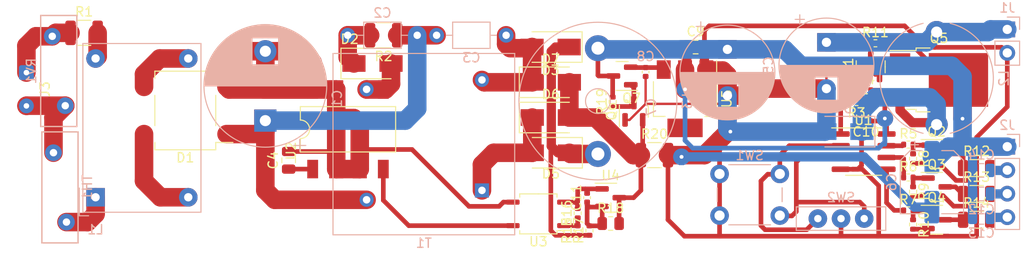
<source format=kicad_pcb>
(kicad_pcb (version 20211014) (generator pcbnew)
  (layers (0 "F.Cu" signal) (31 "B.Cu" signal) (34 "B.Paste" user) (35 "F.Paste" user) (36 "B.SilkS" user "B.Silkscreen") (37 "F.SilkS" user "F.Silkscreen") (38 "B.Mask" user) (39 "F.Mask" user) (44 "Edge.Cuts" user))
  (net 0 "")
  (net 1 "Net-(C1-Pad1)")
  (net 2 "Net-(C1-Pad2)")
  (net 3 "Net-(C2-Pad2)")
  (net 4 "Net-(C3-Pad2)")
  (net 5 "Net-(C4-Pad1)")
  (net 6 "Net-(C5-Pad1)")
  (net 7 "GND")
  (net 8 "+12V")
  (net 9 "Net-(C8-Pad1)")
  (net 10 "+5V")
  (net 11 "Net-(C11-Pad1)")
  (net 12 "Net-(C11-Pad2)")
  (net 13 "Net-(C12-Pad2)")
  (net 14 "Net-(C13-Pad2)")
  (net 15 "Net-(C14-Pad1)")
  (net 16 "Net-(D2-Pad2)")
  (net 17 "Net-(D3-Pad1)")
  (net 18 "Net-(D4-Pad1)")
  (net 19 "Net-(D5-Pad2)")
  (net 20 "Net-(L1-Pad3)")
  (net 21 "Net-(Q1-Pad1)")
  (net 22 "Net-(Q1-Pad3)")
  (net 23 "Net-(Q2-Pad1)")
  (net 24 "Net-(J3-Pad1)")
  (net 25 "Net-(J3-Pad2)")
  (net 26 "Net-(Q3-Pad3)")
  (net 27 "Net-(Q2-Pad3)")
  (net 28 "Net-(Q4-Pad3)")
  (net 29 "Net-(Q6-Pad3)")
  (net 30 "Net-(D1-Pad3)")
  (net 31 "Net-(Q3-Pad1)")
  (net 32 "Net-(R6-Pad1)")
  (net 33 "Net-(R7-Pad1)")
  (net 34 "Net-(R15-Pad2)")
  (net 35 "Net-(SW1-Pad1)")
  (net 36 "Net-(SW1-Pad3)")
  (net 37 "Net-(U2-Pad4)")
  (net 38 "Net-(Q4-Pad1)")
  (net 39 "Net-(R5-Pad1)")
  (net 40 "Net-(D1-Pad4)")
  (net 41 "Net-(L1-Pad1)")
  (net 42 "Net-(R3-Pad2)")
  (net 43 "Net-(D6-Pad2)")
  (footprint "Capacitor_SMD:C_0402_1005Metric" (layer "F.Cu") (at 190.502489 136.809599 -90)
    (fp_text reference "C8")
    (fp_text value "0.1")
  )
  (footprint "Package_TO_SOT_SMD:SOT-23" (layer "F.Cu") (at 189.232489 141.048799 90)
    (fp_text reference "Q6")
    (fp_text value "DTD114E")
  )
  (footprint "Capacitor_SMD:C_0402_1005Metric" (layer "F.Cu") (at 214.274 142.113 180)
    (fp_text reference "C10")
    (fp_text value "0.1")
  )
  (footprint "Resistor_SMD:R_1206_3216Metric" (layer "F.Cu") (at 226.212 147.193)
    (fp_text reference "R12")
    (fp_text value "85")
  )
  (footprint "Package_SO:SOP-4_3.8x4.1mm_P2.54mm" (layer "F.Cu") (at 178.932189 152.146 180)
    (fp_text reference "U3")
    (fp_text value "PC817")
  )
  (footprint "Resistor_SMD:R_0402_1005Metric" (layer "F.Cu") (at 183.173989 153.9494 90)
    (fp_text reference "R15")
    (fp_text value "2.2k")
  )
  (footprint "Resistor_SMD:R_0402_1005Metric" (layer "F.Cu") (at 219.354 149.731 -90)
    (fp_text reference "R9")
    (fp_text value "10k")
  )
  (footprint "Resistor_SMD:R_0402_1005Metric" (layer "F.Cu") (at 219.354 146.175 -90)
    (fp_text reference "R8")
    (fp_text value "10k")
  )
  (footprint "Package_TO_SOT_SMD:SOT-23" (layer "F.Cu") (at 221.894 152.781)
    (fp_text reference "Q4")
    (fp_text value "AO3400A")
  )
  (footprint "Resistor_SMD:R_0402_1005Metric" (layer "F.Cu") (at 183.173989 152.0698 90)
    (fp_text reference "R16")
    (fp_text value "1k")
  )
  (footprint "Resistor_SMD:R_0402_1005Metric" (layer "F.Cu") (at 219.354 153.289 -90)
    (fp_text reference "R10")
    (fp_text value "10k")
  )
  (footprint "Diode_SMD:Diode_Bridge_OnSemi_SDIP-4L" (layer "F.Cu") (at 140.843 140.97 180)
    (fp_text reference "D1")
    (fp_text value "DB107")
  )
  (footprint "Capacitor_SMD:C_0402_1005Metric" (layer "F.Cu") (at 184.189989 150.3934 90)
    (fp_text reference "C11")
    (fp_text value "4.7n")
  )
  (footprint "Resistor_SMD:R_0402_1005Metric" (layer "F.Cu") (at 218.846 148.209)
    (fp_text reference "R6")
    (fp_text value "10k")
  )
  (footprint "Resistor_SMD:R_1210_3225Metric" (layer "F.Cu") (at 191.452489 145.796)
    (fp_text reference "R20")
    (fp_text value "0.5")
  )
  (footprint "Package_SO:SOIC-8_3.9x4.9mm_P1.27mm" (layer "F.Cu") (at 214.02 145.415)
    (fp_text reference "U1")
    (fp_text value "ATtiny13A-SS")
  )
  (footprint "Resistor_SMD:R_1206_3216Metric" (layer "F.Cu") (at 226.212 152.781)
    (fp_text reference "R14")
    (fp_text value "85")
  )
  (footprint "Package_TO_SOT_SMD:SOT-23" (layer "F.Cu") (at 221.894 145.669)
    (fp_text reference "Q2")
    (fp_text value "AO3400A")
  )
  (footprint "Package_TO_SOT_SMD:SOT-23" (layer "F.Cu") (at 186.729989 150.3934)
    (fp_text reference "U4")
    (fp_text value "TL431DBZ")
  )
  (footprint "Package_TO_SOT_SMD:SOT-23" (layer "F.Cu") (at 221.894 149.225)
    (fp_text reference "Q3")
    (fp_text value "AO3400A")
  )
  (footprint "Package_TO_SOT_SMD:TO-252-2" (layer "F.Cu") (at 222.148 137.668)
    (fp_text reference "Q5")
    (fp_text value "AOD452")
  )
  (footprint "Resistor_SMD:R_1206_3216Metric" (layer "F.Cu") (at 226.212 149.987)
    (fp_text reference "R13")
    (fp_text value "85")
  )
  (footprint "Diode_SMD:D_SMA" (layer "F.Cu") (at 180.276489 141.732)
    (fp_text reference "D6")
    (fp_text value "1N5822")
  )
  (footprint "Capacitor_SMD:C_0805_2012Metric" (layer "F.Cu") (at 195.897489 134.112)
    (fp_text reference "C9")
    (fp_text value "10uF")
  )
  (footprint "Capacitor_SMD:C_0805_2012Metric" (layer "F.Cu") (at 151.9936 146.3548 90)
    (fp_text reference "C4")
    (fp_text value "0.1")
  )
  (footprint "Resistor_SMD:R_0402_1005Metric" (layer "F.Cu") (at 213.258 140.056 180)
    (fp_text reference "R3")
    (fp_text value "10k")
  )
  (footprint "Diode_SMD:D_SMA" (layer "F.Cu") (at 180.251089 134.112 180)
    (fp_text reference "D3")
    (fp_text value "1N5822")
  )
  (footprint "Diode_SMD:D_SMA" (layer "F.Cu") (at 161.036 135.89)
    (fp_text reference "D2")
    (fp_text value "US1A")
  )
  (footprint "Resistor_SMD:R_0402_1005Metric" (layer "F.Cu") (at 214.274 138.786)
    (fp_text reference "R4")
    (fp_text value "100k")
  )
  (footprint "Resistor_SMD:R_1210_3225Metric" (layer "F.Cu") (at 129.926 132.578)
    (fp_text reference "R1")
    (fp_text value "1R")
  )
  (footprint "Diode_SMD:D_SMA" (layer "F.Cu") (at 180.276489 145.542 180)
    (fp_text reference "D5")
    (fp_text value "1N5822")
  )
  (footprint "Package_DIP:PowerIntegrations_SMD-8B" (layer "F.Cu") (at 158.3944 143.002 90)
    (fp_text reference "U2")
    (fp_text value "TNY268G")
  )
  (footprint "Resistor_SMD:R_0402_1005Metric" (layer "F.Cu") (at 218.846 144.653)
    (fp_text reference "R5")
    (fp_text value "10k")
  )
  (footprint "Resistor_SMD:R_1210_3225Metric" (layer "F.Cu") (at 162.239 132.842 180)
    (fp_text reference "R2")
    (fp_text value "200k")
  )
  (footprint "Package_TO_SOT_SMD:SOT-223" (layer "F.Cu") (at 194.754489 139.7 -90)
    (fp_text reference "U5")
    (fp_text value "AZ1117-5.0")
  )
  (footprint "Package_TO_SOT_SMD:SOT-23" (layer "F.Cu") (at 187.962489 137.238799 180)
    (fp_text reference "Q7")
    (fp_text value "AO3400A")
  )
  (footprint "Resistor_SMD:R_0402_1005Metric" (layer "F.Cu") (at 218.846 151.765)
    (fp_text reference "R7")
    (fp_text value "10k")
  )
  (footprint "Resistor_SMD:R_0805_2012Metric" (layer "F.Cu") (at 186.729989 153.1874)
    (fp_text reference "R18")
    (fp_text value "2.5k")
  )
  (footprint "Resistor_SMD:R_0402_1005Metric" (layer "F.Cu") (at 184.443989 153.9494 90)
    (fp_text reference "R17")
    (fp_text value "10k")
  )
  (footprint "Resistor_SMD:R_0402_1005Metric" (layer "F.Cu") (at 215.29 133.706)
    (fp_text reference "R11")
    (fp_text value "100k")
  )
  (footprint "Package_TO_SOT_SMD:SOT-23" (layer "F.Cu") (at 214.782 136.246 90)
    (fp_text reference "Q1")
    (fp_text value "AO3400A")
  )
  (footprint "Resistor_SMD:R_0402_1005Metric" (layer "F.Cu") (at 186.946489 140.032799 90)
    (fp_text reference "R19")
    (fp_text value "10k")
  )
  (footprint "Diode_SMD:D_SMA" (layer "F.Cu") (at 180.276489 137.922)
    (fp_text reference "D7")
    (fp_text value "1N5822")
  )
  (footprint "Connector_Wire:SolderWire-0.1sqmm_1x02_P3.6mm_D0.4mm_OD1mm" (layer "F.Cu") (at 123.703 136.874 -90)
    (fp_text reference "J3")
    (fp_text value "220")
  )
  (footprint "Capacitor_SMD:CP_Elec_6.3x7.7" (layer "B.Cu") (at 221.386 148.717 -90)
    (fp_text reference "C6")
    (fp_text value "100uF")
  )
  (footprint "Capacitor_THT:C_Axial_L3.8mm_D2.6mm_P7.50mm_Horizontal" (layer "B.Cu") (at 167.954 132.842)
    (fp_text reference "C3")
    (fp_text value "2.2n")
  )
  (footprint "Inductor_THT:L_Radial_D12.0mm_P10.00mm_Neosid_SD12k_style1" (layer "B.Cu") (at 221.894 142.494 90)
    (fp_text reference "L2")
    (fp_text value "1.2uH")
  )
  (footprint "Capacitor_THT:C_Axial_L3.8mm_D2.6mm_P7.50mm_Horizontal" (layer "B.Cu") (at 165.862 132.842 180)
    (fp_text reference "C2")
    (fp_text value "2.2n")
  )
  (footprint "Connector_PinHeader_2.54mm:PinHeader_1x02_P2.54mm_Vertical" (layer "B.Cu") (at 229.514 132.207 180)
    (fp_text reference "J1")
    (fp_text value "WH")
  )
  (footprint "Capacitor_THT:CP_Radial_D10.0mm_P5.00mm" (layer "B.Cu") (at 199.326489 134.366 -90)
    (fp_text reference "C7")
    (fp_text value "1000u")
  )
  (footprint "Inductor_THT:Choke_Schaffner_RN212-04-12.5x18.0mm" (layer "B.Cu") (at 131.1645 150.3495)
    (fp_text reference "L1")
    (fp_text value "L_Coupled")
  )
  (footprint "Capacitor_SMD:C_0805_2012Metric" (layer "B.Cu") (at 226.72 147.447 180)
    (fp_text reference "C14")
    (fp_text value "10uF")
  )
  (footprint "Capacitor_SMD:C_0805_2012Metric" (layer "B.Cu") (at 226.72 152.527)
    (fp_text reference "C13")
    (fp_text value "10uF")
  )
  (footprint "Inductor_THT:L_Radial_D16.8mm_P11.43mm_Vishay_IHB-1" (layer "B.Cu") (at 185.356489 145.669 90)
    (fp_text reference "L3")
    (fp_text value "20uH")
  )
  (footprint "Varistor:RV_Disc_D12mm_W3.9mm_P7.5mm" (layer "B.Cu") (at 126.624 145.532 -90)
    (fp_text reference "TH1")
    (fp_text value ".")
  )
  (footprint "local:SW_PUSH_6mm_2cont" (layer "B.Cu") (at 204.978 147.828 180)
    (fp_text reference "SW1")
    (fp_text value "mode")
  )
  (footprint "Varistor:RV_Disc_D12mm_W3.9mm_P7.5mm" (layer "B.Cu") (at 127.894 140.452 90)
    (fp_text reference "RV1")
    (fp_text value ".")
  )
  (footprint "Connector_PinHeader_2.54mm:PinHeader_1x04_P2.54mm_Vertical" (layer "B.Cu") (at 229.514 144.882 180)
    (fp_text reference "J2")
    (fp_text value "RGB")
  )
  (footprint "local:Transformer_NF_ETAL_P1165" (layer "B.Cu") (at 171.577 149.606)
    (fp_text reference "T1")
    (fp_text value ".")
  )
  (footprint "Diode_SMD:D_SMA" (layer "B.Cu") (at 211.836 143.256 180)
    (fp_text reference "D4")
    (fp_text value "1N5822")
  )
  (footprint "Capacitor_SMD:C_0805_2012Metric" (layer "B.Cu") (at 226.72 149.987)
    (fp_text reference "C12")
    (fp_text value "10uF")
  )
  (footprint "local:mouse_encoder" (layer "B.Cu") (at 211.582 152.654)
    (fp_text reference "SW2")
    (fp_text value "bright")
  )
  (footprint "Capacitor_THT:CP_Radial_D13.0mm_P7.50mm" (layer "B.Cu") (at 149.479 142.066 90)
    (fp_text reference "C1")
    (fp_text value "47u")
  )
  (footprint "Capacitor_THT:CP_Radial_D10.0mm_P5.00mm" (layer "B.Cu") (at 210.0072 133.604 -90)
    (fp_text reference "C5")
    (fp_text value "330uF")
  )
  (segment (start 149.479 149.606) (end 149.479 142.066) (width 2) (layer "F.Cu") (net 1))
  (segment (start 160.401 150.622) (end 150.495 150.622) (width 2) (layer "F.Cu") (net 1))
  (segment (start 150.495 150.622) (end 149.479 149.606) (width 2) (layer "F.Cu") (net 1))
  (segment (start 165.862 132.842) (end 167.954 132.842) (width 2) (layer "F.Cu") (net 1))
  (segment (start 149.479 143.336) (end 149.479 142.066) (width 2) (layer "F.Cu") (net 1))
  (segment (start 145.293 143.52) (end 149.295 143.52) (width 2) (layer "F.Cu") (net 1))
  (segment (start 149.295 143.52) (end 149.479 143.336) (width 2) (layer "F.Cu") (net 1))
  (segment (start 163.7015 132.842) (end 165.862 132.842) (width 2) (layer "F.Cu") (net 1))
  (segment (start 165.862 132.842) (end 165.862 140.7668) (width 2) (layer "B.Cu") (net 1))
  (segment (start 165.862 140.7668) (end 164.5628 142.066) (width 2) (layer "B.Cu") (net 1))
  (segment (start 164.5628 142.066) (end 149.479 142.066) (width 2) (layer "B.Cu") (net 1))
  (segment (start 151.9936 145.4048) (end 156.9568 145.4048) (width 0.5) (layer "F.Cu") (net 2))
  (segment (start 149.479 134.566) (end 149.479 138.593) (width 2) (layer "F.Cu") (net 2))
  (segment (start 157.1244 141.7828) (end 157.1244 138.702) (width 2) (layer "F.Cu") (net 2))
  (segment (start 154.5844 135.7884) (end 154.5844 138.702) (width 2) (layer "F.Cu") (net 2))
  (segment (start 175.1584 150.876) (end 174.7012 151.3332) (width 0.5) (layer "F.Cu") (net 2))
  (segment (start 159.6644 147.302) (end 157.1244 147.302) (width 2) (layer "F.Cu") (net 2))
  (segment (start 157.1244 147.302) (end 157.1244 141.7828) (width 2) (layer "F.Cu") (net 2))
  (segment (start 145.575 138.702) (end 145.293 138.42) (width 2) (layer "F.Cu") (net 2))
  (segment (start 157.1244 141.7828) (end 159.004 141.7828) (width 2) (layer "F.Cu") (net 2))
  (segment (start 176.182189 150.876) (end 175.1584 150.876) (width 0.5) (layer "F.Cu") (net 2))
  (segment (start 153.362 134.566) (end 154.5844 135.7884) (width 2) (layer "F.Cu") (net 2))
  (segment (start 157.1244 138.702) (end 154.5844 138.702) (width 2) (layer "F.Cu") (net 2))
  (segment (start 171.45 151.3332) (end 165.3032 145.1864) (width 0.5) (layer "F.Cu") (net 2))
  (segment (start 145.293 135.965) (end 146.692 134.566) (width 2) (layer "F.Cu") (net 2))
  (segment (start 174.7012 151.3332) (end 171.45 151.3332) (width 0.5) (layer "F.Cu") (net 2))
  (segment (start 145.293 138.42) (end 145.293 135.965) (width 2) (layer "F.Cu") (net 2))
  (segment (start 159.004 141.7828) (end 159.6644 142.4432) (width 2) (layer "F.Cu") (net 2))
  (segment (start 159.6644 142.4432) (end 159.6644 145.5928) (width 2) (layer "F.Cu") (net 2))
  (segment (start 149.479 138.593) (end 149.37 138.702) (width 2) (layer "F.Cu") (net 2))
  (segment (start 149.479 134.566) (end 153.362 134.566) (width 2) (layer "F.Cu") (net 2))
  (segment (start 159.6644 145.5928) (end 159.6644 147.302) (width 2) (layer "F.Cu") (net 2))
  (segment (start 154.5844 138.702) (end 145.575 138.702) (width 2) (layer "F.Cu") (net 2))
  (segment (start 146.692 134.566) (end 149.479 134.566) (width 2) (layer "F.Cu") (net 2))
  (segment (start 154.5844 138.702) (end 149.37 138.702) (width 2) (layer "F.Cu") (net 2))
  (segment (start 165.3032 145.1864) (end 160.0708 145.1864) (width 0.5) (layer "F.Cu") (net 2))
  (segment (start 160.0708 145.1864) (end 159.6644 145.5928) (width 0.5) (layer "F.Cu") (net 2))
  (segment (start 158.362 132.842) (end 158.362 135.216) (width 2) (layer "F.Cu") (net 3))
  (segment (start 158.362 132.842) (end 160.7765 132.842) (width 2) (layer "F.Cu") (net 3))
  (segment (start 158.362 135.216) (end 159.036 135.89) (width 2) (layer "F.Cu") (net 3))
  (segment (start 160.655 132.9635) (end 160.7765 132.842) (width 2) (layer "F.Cu") (net 3))
  (segment (start 178.251089 137.8966) (end 178.276489 137.922) (width 2) (layer "F.Cu") (net 4))
  (segment (start 173.101 137.922) (end 172.847 137.668) (width 2) (layer "F.Cu") (net 4))
  (segment (start 175.454 133.798) (end 175.768 134.112) (width 2) (layer "F.Cu") (net 4))
  (segment (start 178.276489 137.922) (end 173.101 137.922) (width 2) (layer "F.Cu") (net 4))
  (segment (start 175.895 134.239) (end 178.124089 134.239) (width 2) (layer "F.Cu") (net 4))
  (segment (start 175.454 132.842) (end 175.454 133.798) (width 2) (layer "F.Cu") (net 4))
  (segment (start 178.124089 134.239) (end 178.251089 134.112) (width 2) (layer "F.Cu") (net 4))
  (segment (start 178.251089 134.112) (end 178.251089 137.8966) (width 2) (layer "F.Cu") (net 4))
  (segment (start 154.5816 147.3048) (end 154.5844 147.302) (width 0.5) (layer "F.Cu") (net 5))
  (segment (start 151.9936 147.3048) (end 154.5816 147.3048) (width 0.5) (layer "F.Cu") (net 5))
  (segment (start 229.434 132.287) (end 229.514 132.207) (width 1) (layer "F.Cu") (net 6))
  (segment (start 210.0072 133.604) (end 220.784 133.604) (width 2) (layer "B.Cu") (net 6))
  (segment (start 221.894 132.494) (end 227.424 132.494) (width 2) (layer "B.Cu") (net 6))
  (segment (start 227.711 132.207) (end 229.514 132.207) (width 2) (layer "B.Cu") (net 6))
  (segment (start 220.784 133.604) (end 221.894 132.494) (width 2) (layer "B.Cu") (net 6))
  (segment (start 227.424 132.494) (end 227.711 132.207) (width 2) (layer "B.Cu") (net 6))
  (segment (start 228.910511 134.143511) (end 221.710489 134.143511) (width 0.5) (layer "F.Cu") (net 7))
  (segment (start 188.76889 141.986299) (end 188.282489 141.986299) (width 0.254) (layer "F.Cu") (net 7))
  (segment (start 210.0072 136.1948) (end 210.0072 138.604) (width 0.254) (layer "F.Cu") (net 7))
  (segment (start 220.8905 150.241) (end 220.9565 150.175) (width 0.5) (layer "F.Cu") (net 7))
  (segment (start 220.9565 154.3835) (end 221.132 154.559) (width 0.5) (layer "F.Cu") (net 7))
  (segment (start 196.847489 136.343) (end 197.054489 136.55) (width 1) (layer "F.Cu") (net 7))
  (segment (start 220.9565 150.175) (end 222.59 150.175) (width 0.5) (layer "F.Cu") (net 7))
  (segment (start 226.212 149.225) (end 226.212 151.511) (width 0.5) (layer "F.Cu") (net 7))
  (segment (start 213.797901 135.738) (end 210.464 135.738) (width 0.254) (layer "F.Cu") (net 7))
  (segment (start 199.326489 143.319511) (end 198.501 144.145) (width 2) (layer "F.Cu") (net 7))
  (segment (start 215.646 149.098) (end 215.646 154.432) (width 0.5) (layer "F.Cu") (net 7))
  (segment (start 215.646 154.432) (end 215.519 154.559) (width 0.5) (layer "F.Cu") (net 7))
  (segment (start 196.847489 132.336511) (end 196.847489 134.112) (width 0.5) (layer "F.Cu") (net 7))
  (segment (start 220.8885 153.799) (end 220.9565 153.731) (width 0.5) (layer "F.Cu") (net 7))
  (segment (start 213.794 146.911) (end 213.385 147.32) (width 0.5) (layer "F.Cu") (net 7))
  (segment (start 211.582 154.432) (end 211.455 154.559) (width 0.5) (layer "F.Cu") (net 7))
  (segment (start 229.514 140.564) (end 229.514 134.747) (width 0.5) (layer "F.Cu") (net 7))
  (segment (start 223.98848 148.52548) (end 226.02048 148.52548) (width 0.5) (layer "F.Cu") (net 7))
  (segment (start 196.85 145.796) (end 192.914989 145.796) (width 2) (layer "F.Cu") (net 7))
  (segment (start 219.354 146.685) (end 220.8905 146.685) (width 0.5) (layer "F.Cu") (net 7))
  (segment (start 210.464 135.738) (end 210.0072 136.1948) (width 0.254) (layer "F.Cu") (net 7))
  (segment (start 220.757511 134.143511) (end 218.44 131.826) (width 0.5) (layer "F.Cu") (net 7))
  (segment (start 219.354 153.799) (end 220.8885 153.799) (width 0.5) (layer "F.Cu") (net 7))
  (segment (start 192.914989 152.782989) (end 192.914989 145.796) (width 0.5) (layer "F.Cu") (net 7))
  (segment (start 226.212 149.225) (end 226.212 143.866) (width 0.5) (layer "F.Cu") (net 7))
  (segment (start 194.691 154.559) (end 192.914989 152.782989) (width 0.5) (layer "F.Cu") (net 7))
  (segment (start 198.478 154.536) (end 198.501 154.559) (width 0.5) (layer "F.Cu") (net 7))
  (segment (start 222.082 146.619) (end 223.98848 148.52548) (width 0.5) (layer "F.Cu") (net 7))
  (segment (start 218.44 131.826) (end 197.358 131.826) (width 0.5) (layer "F.Cu") (net 7))
  (segment (start 226.212 143.866) (end 229.514 140.564) (width 0.5) (layer "F.Cu") (net 7))
  (segment (start 212.852 147.32) (end 213.868 147.32) (width 0.5) (layer "F.Cu") (net 7))
  (segment (start 220.9565 153.731) (end 220.9565 154.3835) (width 0.5) (layer "F.Cu") (net 7))
  (segment (start 202.518 139.366) (end 199.326489 139.366) (width 2) (layer "F.Cu") (net 7))
  (segment (start 199.326489 137.16) (end 198.818489 136.652) (width 2) (layer "F.Cu") (net 7))
  (segment (start 196.847489 134.112) (end 196.847489 136.343) (width 1) (layer "F.Cu") (net 7))
  (segment (start 226.01252 151.31152) (end 226.212 151.511) (width 0.5) (layer "F.Cu") (net 7))
  (segment (start 213.385 147.32) (end 212.852 147.32) (width 0.5) (layer "F.Cu") (net 7))
  (segment (start 203.28 138.604) (end 202.518 139.366) (width 2) (layer "F.Cu") (net 7))
  (segment (start 213.794 142.113) (end 213.794 146.632) (width 0.5) (layer "F.Cu") (net 7))
  (segment (start 198.439789 140.2527) (end 199.326489 139.366) (width 0.254) (layer "F.Cu") (net 7))
  (segment (start 197.358 131.826) (end 196.847489 132.336511) (width 0.5) (layer "F.Cu") (net 7))
  (segment (start 223.139 154.559) (end 215.519 154.559) (width 0.5) (layer "F.Cu") (net 7))
  (segment (start 198.478 144.168) (end 198.501 144.145) (width 0.5) (layer "F.Cu") (net 7))
  (segment (start 226.02048 148.52548) (end 226.212 148.717) (width 0.5) (layer "F.Cu") (net 7))
  (segment (start 221.710489 134.143511) (end 220.757511 134.143511) (width 0.5) (layer "F.Cu") (net 7))
  (segment (start 199.326489 137.16) (end 199.326489 143.319511) (width 2) (layer "F.Cu") (net 7))
  (segment (start 226.212 148.717) (end 226.212 149.225) (width 0.5) (layer "F.Cu") (net 7))
  (segment (start 198.501 154.559) (end 194.691 154.559) (width 0.5) (layer "F.Cu") (net 7))
  (segment (start 222.59 150.175) (end 223.72652 151.31152) (width 0.5) (layer "F.Cu") (net 7))
  (segment (start 211.582 152.654) (end 211.582 154.432) (width 0.5) (layer "F.Cu") (net 7))
  (segment (start 190.502489 140.2527) (end 188.76889 141.986299) (width 0.254) (layer "F.Cu") (net 7))
  (segment (start 198.478 147.864) (end 198.478 152.364) (width 0.5) (layer "F.Cu") (net 7))
  (segment (start 190.502489 137.289599) (end 190.502489 140.2527) (width 0.254) (layer "F.Cu") (net 7))
  (segment (start 190.502489 140.2527) (end 198.439789 140.2527) (width 0.254) (layer "F.Cu") (net 7))
  (segment (start 198.478 147.864) (end 198.478 144.168) (width 0.5) (layer "F.Cu") (net 7))
  (segment (start 198.501 144.145) (end 196.85 145.796) (width 2) (layer "F.Cu") (net 7))
  (segment (start 198.478 152.364) (end 198.478 154.536) (width 0.5) (layer "F.Cu") (net 7))
  (segment (start 215.732 137.1835) (end 215.243401 137.1835) (width 0.254) (layer "F.Cu") (net 7))
  (segment (start 221.132 154.559) (end 223.139 154.559) (width 0.5) (layer "F.Cu") (net 7))
  (segment (start 215.243401 137.1835) (end 213.797901 135.738) (width 0.254) (layer "F.Cu") (net 7))
  (segment (start 226.212 151.511) (end 226.212 154.559) (width 0.5) (layer "F.Cu") (net 7))
  (segment (start 212.852 147.32) (end 211.545 147.32) (width 0.5) (layer "F.Cu") (net 7))
  (segment (start 220.9565 146.619) (end 222.082 146.619) (width 0.5) (layer "F.Cu") (net 7))
  (segment (start 213.868 147.32) (end 215.646 149.098) (width 0.5) (layer "F.Cu") (net 7))
  (segment (start 197.156489 136.652) (end 197.054489 136.55) (width 2) (layer "F.Cu") (net 7))
  (segment (start 198.818489 136.652) (end 197.156489 136.652) (width 2) (layer "F.Cu") (net 7))
  (segment (start 223.139 154.559) (end 226.212 154.559) (width 0.5) (layer "F.Cu") (net 7))
  (segment (start 229.514 134.747) (end 228.910511 134.143511) (width 0.5) (layer "F.Cu") (net 7))
  (segment (start 199.326489 139.366) (end 199.326489 137.16) (width 2) (layer "F.Cu") (net 7))
  (segment (start 223.72652 151.31152) (end 226.01252 151.31152) (width 0.5) (layer "F.Cu") (net 7))
  (segment (start 219.354 150.241) (end 220.8905 150.241) (width 0.5) (layer "F.Cu") (net 7))
  (segment (start 210.0072 138.604) (end 203.28 138.604) (width 2) (layer "F.Cu") (net 7))
  (segment (start 220.8905 146.685) (end 220.9565 146.619) (width 0.5) (layer "F.Cu") (net 7))
  (segment (start 213.794 146.632) (end 213.794 146.911) (width 0.5) (layer "F.Cu") (net 7))
  (segment (start 215.519 154.559) (end 211.455 154.559) (width 0.5) (layer "F.Cu") (net 7))
  (segment (start 211.455 154.559) (end 198.501 154.559) (width 0.5) (layer "F.Cu") (net 7))
  (via (at 194.37648 145.98352) (size 1.8) (drill 0.4) (layers "F.Cu" "B.Cu") (net 7))
  (via (at 194.37648 145.98352) (size 1.8) (drill 0.4) (layers "F.Cu" "B.Cu") (net 7))
  (via (at 199.644 143.256) (size 1.8) (drill 0.4) (layers "F.Cu" "B.Cu") (net 7))
  (segment (start 210.0072 143.0848) (end 209.836 143.256) (width 2) (layer "B.Cu") (net 7))
  (segment (start 221.386 151.417) (end 219.489 151.417) (width 1) (layer "B.Cu") (net 7))
  (segment (start 209.836 143.256) (end 199.644 143.256) (width 2) (layer "B.Cu") (net 7))
  (segment (start 210.0072 138.604) (end 210.0072 143.0848) (width 2) (layer "B.Cu") (net 7))
  (segment (start 199.644 143.256) (end 199.326489 142.938489) (width 2) (layer "B.Cu") (net 7))
  (segment (start 199.326489 142.938489) (end 199.326489 139.366) (width 2) (layer "B.Cu") (net 7))
  (segment (start 214.05552 145.98352) (end 194.37648 145.98352) (width 1) (layer "B.Cu") (net 7))
  (segment (start 219.489 151.417) (end 214.05552 145.98352) (width 1) (layer "B.Cu") (net 7))
  (segment (start 224.688 137.9556) (end 224.248 137.5156) (width 2) (layer "F.Cu") (net 8))
  (segment (start 186.946489 137.317299) (end 187.024989 137.238799) (width 0.5) (layer "F.Cu") (net 8))
  (segment (start 223.012 137.668) (end 224.248 137.668) (width 0.5) (layer "F.Cu") (net 8))
  (segment (start 222.63233 137.5156) (end 224.248 137.5156) (width 0.5) (layer "F.Cu") (net 8))
  (segment (start 219.05 133.706) (end 223.012 137.668) (width 0.5) (layer "F.Cu") (net 8))
  (segment (start 185.435288 137.238799) (end 185.356489 137.16) (width 0.5) (layer "F.Cu") (net 8))
  (segment (start 224.688 141.859) (end 224.688 137.9556) (width 2) (layer "F.Cu") (net 8))
  (segment (start 186.946489 139.522799) (end 186.946489 137.317299) (width 0.5) (layer "F.Cu") (net 8))
  (segment (start 187.024989 137.238799) (end 185.435288 137.238799) (width 0.5) (layer "F.Cu") (net 8))
  (segment (start 215.8 133.706) (end 219.05 133.706) (width 0.5) (layer "F.Cu") (net 8))
  (segment (start 185.356489 137.16) (end 185.356489 134.239) (width 0.5) (layer "F.Cu") (net 8))
  (via (at 224.688 141.859) (size 1.8) (drill 0.4) (layers "F.Cu" "B.Cu") (net 8))
  (segment (start 224.688 141.859) (end 224.688 144.678) (width 2) (layer "B.Cu") (net 8))
  (segment (start 229.514 144.882) (end 226.212 144.882) (width 2) (layer "B.Cu") (net 8))
  (segment (start 194.31 134.366) (end 205.486 134.366) (width 2) (layer "B.Cu") (net 8))
  (segment (start 224.892 144.882) (end 223.164 144.882) (width 2) (layer "B.Cu") (net 8))
  (segment (start 223.52 136.144) (end 224.688 137.312) (width 2) (layer "B.Cu") (net 8))
  (segment (start 226.212 144.882) (end 224.892 144.882) (width 2) (layer "B.Cu") (net 8))
  (segment (start 224.688 137.312) (end 224.688 141.859) (width 2) (layer "B.Cu") (net 8))
  (segment (start 199.326489 134.366) (end 185.483489 134.366) (width 2) (layer "B.Cu") (net 8))
  (segment (start 222.029 146.017) (end 221.386 146.017) (width 2) (layer "B.Cu") (net 8))
  (segment (start 185.483489 134.366) (end 185.356489 134.239) (width 2) (layer "B.Cu") (net 8))
  (segment (start 223.164 144.882) (end 222.029 146.017) (width 2) (layer "B.Cu") (net 8))
  (segment (start 207.264 136.144) (end 223.52 136.144) (width 2) (layer "B.Cu") (net 8))
  (segment (start 225.77 152.527) (end 225.77 147.447) (width 1) (layer "B.Cu") (net 8))
  (segment (start 205.486 134.366) (end 207.264 136.144) (width 2) (layer "B.Cu") (net 8))
  (segment (start 225.77 147.447) (end 225.77 145.324) (width 1) (layer "B.Cu") (net 8))
  (segment (start 224.688 144.678) (end 224.892 144.882) (width 2) (layer "B.Cu") (net 8))
  (segment (start 225.77 145.324) (end 226.212 144.882) (width 1) (layer "B.Cu") (net 8))
  (segment (start 188.940789 136.329599) (end 188.899989 136.288799) (width 0.5) (layer "F.Cu") (net 9))
  (segment (start 190.502489 136.329599) (end 192.234088 136.329599) (width 0.5) (layer "F.Cu") (net 9))
  (segment (start 190.502489 136.329599) (end 188.940789 136.329599) (width 0.5) (layer "F.Cu") (net 9))
  (segment (start 192.234088 136.329599) (end 192.454489 136.55) (width 0.5) (layer "F.Cu") (net 9))
  (segment (start 216.495 143.51) (end 216.495 141.794) (width 0.5) (layer "F.Cu") (net 10))
  (segment (start 215.798 138.786) (end 216.306 139.294) (width 0.5) (layer "F.Cu") (net 10))
  (segment (start 194.947489 136.357) (end 194.754489 136.55) (width 1) (layer "F.Cu") (net 10))
  (segment (start 216.306 139.294) (end 216.306 141.834) (width 0.5) (layer "F.Cu") (net 10))
  (segment (start 214.754 142.113) (end 215.798 142.113) (width 0.5) (layer "F.Cu") (net 10))
  (segment (start 216.532 143.473) (end 216.495 143.51) (width 0.5) (layer "F.Cu") (net 10))
  (segment (start 215.798 142.113) (end 216.306 141.605) (width 0.5) (layer "F.Cu") (net 10))
  (segment (start 194.947489 134.112) (end 194.947489 136.357) (width 1) (layer "F.Cu") (net 10))
  (segment (start 216.495 141.794) (end 216.306 141.605) (width 0.5) (layer "F.Cu") (net 10))
  (segment (start 194.754489 136.55) (end 194.754489 138.684) (width 2) (layer "F.Cu") (net 10))
  (segment (start 214.784 138.786) (end 215.798 138.786) (width 0.5) (layer "F.Cu") (net 10))
  (via (at 216.306 141.834) (size 1.8) (drill 0.4) (layers "F.Cu" "B.Cu") (net 10))
  (via (at 194.754489 138.684) (size 1.8) (drill 0.4) (layers "F.Cu" "B.Cu") (net 10))
  (segment (start 216.306 141.834) (end 216.306 144.12) (width 0.5) (layer "B.Cu") (net 10))
  (segment (start 194.945 144.399) (end 194.754489 144.208489) (width 0.5) (layer "B.Cu") (net 10))
  (segment (start 216.306 144.12) (end 216.306 144.628) (width 0.5) (layer "B.Cu") (net 10))
  (segment (start 215.646 145.034) (end 195.58 145.034) (width 0.5) (layer "B.Cu") (net 10))
  (segment (start 194.754489 144.208489) (end 194.754489 138.684) (width 0.5) (layer "B.Cu") (net 10))
  (segment (start 195.58 145.034) (end 194.945 144.399) (width 0.5) (layer "B.Cu") (net 10))
  (segment (start 216.306 144.374) (end 215.646 145.034) (width 0.5) (layer "B.Cu") (net 10))
  (segment (start 216.306 144.12) (end 216.306 144.374) (width 0.5) (layer "B.Cu") (net 10))
  (segment (start 185.565489 153.4394) (end 185.817489 153.1874) (width 0.5) (layer "F.Cu") (net 11))
  (segment (start 185.726489 151.4094) (end 185.792489 151.3434) (width 0.5) (layer "F.Cu") (net 11))
  (segment (start 185.817489 151.3684) (end 185.792489 151.3434) (width 0.5) (layer "F.Cu") (net 11))
  (segment (start 184.189989 151.1554) (end 184.443989 151.4094) (width 0.5) (layer "F.Cu") (net 11))
  (segment (start 184.443989 151.4094) (end 185.726489 151.4094) (width 0.5) (layer "F.Cu") (net 11))
  (segment (start 184.189989 150.8734) (end 184.189989 151.1554) (width 0.5) (layer "F.Cu") (net 11))
  (segment (start 184.443989 153.4394) (end 185.565489 153.4394) (width 0.5) (layer "F.Cu") (net 11))
  (segment (start 185.817489 153.1874) (end 185.817489 151.3684) (width 0.5) (layer "F.Cu") (net 11))
  (segment (start 184.189989 153.1854) (end 184.443989 153.4394) (width 0.5) (layer "F.Cu") (net 11))
  (segment (start 184.189989 150.8734) (end 184.189989 153.1854) (width 0.5) (layer "F.Cu") (net 11))
  (segment (start 183.361989 149.4434) (end 183.173989 149.6314) (width 0.5) (layer "F.Cu") (net 12))
  (segment (start 182.894589 150.876) (end 183.173989 151.1554) (width 0.5) (layer "F.Cu") (net 12))
  (segment (start 181.682189 150.876) (end 182.894589 150.876) (width 0.5) (layer "F.Cu") (net 12))
  (segment (start 183.173989 151.1554) (end 183.173989 151.5598) (width 0.5) (layer "F.Cu") (net 12))
  (segment (start 185.792489 149.4434) (end 184.001989 149.4434) (width 0.5) (layer "F.Cu") (net 12))
  (segment (start 184.189989 149.9134) (end 184.189989 149.6314) (width 0.5) (layer "F.Cu") (net 12))
  (segment (start 183.173989 149.6314) (end 183.173989 151.5598) (width 0.5) (layer "F.Cu") (net 12))
  (segment (start 184.001989 149.4434) (end 183.361989 149.4434) (width 0.5) (layer "F.Cu") (net 12))
  (segment (start 184.189989 149.6314) (end 184.001989 149.4434) (width 0.5) (layer "F.Cu") (net 12))
  (segment (start 227.6995 149.962) (end 227.6745 149.987) (width 0.5) (layer "F.Cu") (net 13))
  (segment (start 229.514 149.962) (end 227.6995 149.962) (width 0.5) (layer "F.Cu") (net 13))
  (segment (start 227.67 149.987) (end 229.489 149.987) (width 1) (layer "B.Cu") (net 13))
  (segment (start 229.489 149.987) (end 229.514 149.962) (width 1) (layer "B.Cu") (net 13))
  (segment (start 229.514 152.502) (end 227.9535 152.502) (width 0.5) (layer "F.Cu") (net 14))
  (segment (start 227.9535 152.502) (end 227.6745 152.781) (width 0.5) (layer "F.Cu") (net 14))
  (segment (start 227.67 152.527) (end 229.489 152.527) (width 1) (layer "B.Cu") (net 14))
  (segment (start 229.489 152.527) (end 229.514 152.502) (width 1) (layer "B.Cu") (net 14))
  (segment (start 229.514 147.422) (end 227.9035 147.422) (width 0.5) (layer "F.Cu") (net 15))
  (segment (start 227.9035 147.422) (end 227.6745 147.193) (width 0.5) (layer "F.Cu") (net 15))
  (segment (start 229.489 147.447) (end 229.514 147.422) (width 1) (layer "B.Cu") (net 15))
  (segment (start 227.67 147.447) (end 229.489 147.447) (width 1) (layer "B.Cu") (net 15))
  (segment (start 160.419 138.702) (end 160.401 138.684) (width 2) (layer "F.Cu") (net 16))
  (segment (start 162.433 138.702) (end 160.419 138.702) (width 2) (layer "F.Cu") (net 16))
  (segment (start 163.036 135.89) (end 163.036 138.099) (width 2) (layer "F.Cu") (net 16))
  (segment (start 163.036 138.099) (end 162.433 138.702) (width 2) (layer "F.Cu") (net 16))
  (segment (start 181.800489 134.112) (end 182.251089 134.112) (width 0.25) (layer "F.Cu") (net 17))
  (segment (start 180.784489 134.112) (end 182.251089 134.112) (width 1) (layer "F.Cu") (net 17))
  (segment (start 183.173989 154.4594) (end 184.443989 154.4594) (width 0.5) (layer "F.Cu") (net 17))
  (segment (start 182.403489 145.669) (end 182.276489 145.542) (width 2) (layer "F.Cu") (net 17))
  (segment (start 180.276489 153.9494) (end 180.276489 144.652378) (width 0.5) (layer "F.Cu") (net 17))
  (segment (start 185.356489 145.669) (end 182.403489 145.669) (width 2) (layer "F.Cu") (net 17))
  (segment (start 182.276489 145.542) (end 181.038489 145.542) (width 1) (layer "F.Cu") (net 17))
  (segment (start 180.786489 154.4594) (end 180.276489 153.9494) (width 0.5) (layer "F.Cu") (net 17))
  (segment (start 181.038489 145.542) (end 180.326978 144.830489) (width 1) (layer "F.Cu") (net 17))
  (segment (start 183.173989 154.4594) (end 180.786489 154.4594) (width 0.5) (layer "F.Cu") (net 17))
  (segment (start 180.326978 144.830489) (end 180.326978 134.569511) (width 1) (layer "F.Cu") (net 17))
  (segment (start 180.326978 134.569511) (end 180.784489 134.112) (width 1) (layer "F.Cu") (net 17))
  (segment (start 180.276489 144.880978) (end 180.326978 144.830489) (width 0.5) (layer "F.Cu") (net 17))
  (segment (start 219.274 142.287) (end 217.948 140.961) (width 1) (layer "F.Cu") (net 18))
  (segment (start 217.948 140.961) (end 217.948 139.948) (width 1) (layer "F.Cu") (net 18))
  (segment (start 221.894 142.287) (end 219.274 142.287) (width 1) (layer "F.Cu") (net 18))
  (segment (start 221.894 140.31) (end 221.894 142.287) (width 2) (layer "B.Cu") (net 18))
  (segment (start 221.132 139.548) (end 221.894 140.31) (width 2) (layer "B.Cu") (net 18))
  (segment (start 215.29 139.548) (end 221.132 139.548) (width 2) (layer "B.Cu") (net 18))
  (segment (start 213.836 141.002) (end 215.29 139.548) (width 2) (layer "B.Cu") (net 18))
  (segment (start 213.836 143.256) (end 213.836 141.002) (width 2) (layer "B.Cu") (net 18))
  (segment (start 172.847 146.812) (end 174.117 145.542) (width 2) (layer "F.Cu") (net 19))
  (segment (start 172.847 149.606) (end 172.847 146.812) (width 2) (layer "F.Cu") (net 19))
  (segment (start 174.117 145.542) (end 178.276489 145.542) (width 2) (layer "F.Cu") (net 19))
  (segment (start 178.276489 145.542) (end 178.276489 141.732) (width 2) (layer "F.Cu") (net 19))
  (segment (start 131.3885 132.578) (end 131.3885 135.1255) (width 2) (layer "F.Cu") (net 20))
  (segment (start 131.3885 135.1255) (end 131.1645 135.3495) (width 2) (layer "F.Cu") (net 20))
  (segment (start 213.764 140.056) (end 213.764 138.786) (width 0.5) (layer "F.Cu") (net 21))
  (segment (start 213.764 137.2515) (end 213.832 137.1835) (width 0.5) (layer "F.Cu") (net 21))
  (segment (start 213.764 138.786) (end 213.764 137.2515) (width 0.5) (layer "F.Cu") (net 21))
  (segment (start 217.948 135.388) (end 214.8615 135.388) (width 0.5) (layer "F.Cu") (net 22))
  (segment (start 214.782 135.3085) (end 214.782 133.958) (width 0.5) (layer "F.Cu") (net 22))
  (segment (start 214.8615 135.388) (end 214.782 135.3085) (width 0.5) (layer "F.Cu") (net 22))
  (segment (start 217.8751 135.3085) (end 217.948 135.2356) (width 0.5) (layer "F.Cu") (net 22))
  (segment (start 219.356 144.653) (end 219.356 145.663) (width 0.5) (layer "F.Cu") (net 23))
  (segment (start 220.9565 144.719) (end 219.422 144.719) (width 0.5) (layer "F.Cu") (net 23))
  (segment (start 219.356 145.663) (end 219.354 145.665) (width 0.5) (layer "F.Cu") (net 23))
  (segment (start 219.422 144.719) (end 219.356 144.653) (width 0.5) (layer "F.Cu") (net 23))
  (segment (start 128.4635 132.578) (end 126.868 132.578) (width 2) (layer "F.Cu") (net 24))
  (segment (start 123.703 133.975) (end 124.726 132.952) (width 2) (layer "F.Cu") (net 24))
  (segment (start 126.868 132.578) (end 126.494 132.952) (width 2) (layer "F.Cu") (net 24))
  (segment (start 124.726 132.952) (end 126.494 132.952) (width 2) (layer "F.Cu") (net 24))
  (segment (start 123.703 136.874) (end 123.703 133.975) (width 2) (layer "F.Cu") (net 24))
  (segment (start 126.624 145.532) (end 126.624 141.722) (width 2) (layer "F.Cu") (net 25))
  (segment (start 127.894 140.452) (end 123.725 140.452) (width 2) (layer "F.Cu") (net 25))
  (segment (start 126.624 141.722) (end 127.894 140.452) (width 2) (layer "F.Cu") (net 25))
  (segment (start 123.725 140.452) (end 123.703 140.474) (width 2) (layer "F.Cu") (net 25))
  (segment (start 223.926 149.225) (end 224.688 149.987) (width 0.5) (layer "F.Cu") (net 26))
  (segment (start 224.688 149.987) (end 224.7495 149.987) (width 0.5) (layer "F.Cu") (net 26))
  (segment (start 222.8315 149.225) (end 223.926 149.225) (width 0.5) (layer "F.Cu") (net 26))
  (segment (start 222.8315 145.669) (end 224.434 145.669) (width 0.5) (layer "F.Cu") (net 27))
  (segment (start 224.434 145.669) (end 224.7495 145.9845) (width 0.5) (layer "F.Cu") (net 27))
  (segment (start 224.7495 145.9845) (end 224.7495 147.193) (width 0.5) (layer "F.Cu") (net 27))
  (segment (start 222.8315 152.781) (end 224.7495 152.781) (width 0.5) (layer "F.Cu") (net 28))
  (segment (start 188.800989 140.542799) (end 189.232489 140.111299) (width 0.5) (layer "F.Cu") (net 29))
  (segment (start 189.232489 138.521299) (end 188.899989 138.188799) (width 0.5) (layer "F.Cu") (net 29))
  (segment (start 186.946489 140.542799) (end 188.800989 140.542799) (width 0.5) (layer "F.Cu") (net 29))
  (segment (start 189.232489 140.111299) (end 189.232489 138.521299) (width 0.5) (layer "F.Cu") (net 29))
  (segment (start 138.0815 135.3495) (end 136.393 137.038) (width 2) (layer "F.Cu") (net 30))
  (segment (start 136.393 137.038) (end 136.393 138.42) (width 2) (layer "F.Cu") (net 30))
  (segment (start 141.1645 135.3495) (end 138.0815 135.3495) (width 2) (layer "F.Cu") (net 30))
  (segment (start 219.356 149.219) (end 219.354 149.221) (width 0.5) (layer "F.Cu") (net 31))
  (segment (start 219.356 148.209) (end 219.356 149.219) (width 0.5) (layer "F.Cu") (net 31))
  (segment (start 219.422 148.275) (end 219.356 148.209) (width 0.5) (layer "F.Cu") (net 31))
  (segment (start 220.9565 148.275) (end 219.422 148.275) (width 0.5) (layer "F.Cu") (net 31))
  (segment (start 218.338 148.207) (end 218.336 148.209) (width 0.5) (layer "F.Cu") (net 32))
  (segment (start 218.338 146.177) (end 218.338 148.207) (width 0.5) (layer "F.Cu") (net 32))
  (segment (start 216.495 146.05) (end 218.211 146.05) (width 0.5) (layer "F.Cu") (net 32))
  (segment (start 218.211 146.05) (end 218.338 146.177) (width 0.5) (layer "F.Cu") (net 32))
  (segment (start 216.495 147.32) (end 216.495 150.938) (width 0.5) (layer "F.Cu") (net 33))
  (segment (start 216.495 150.938) (end 217.322 151.765) (width 0.5) (layer "F.Cu") (net 33))
  (segment (start 217.322 151.765) (end 218.336 151.765) (width 0.5) (layer "F.Cu") (net 33))
  (segment (start 183.173989 153.4394) (end 183.173989 152.5798) (width 0.5) (layer "F.Cu") (net 34))
  (segment (start 181.682189 153.416) (end 183.150589 153.416) (width 0.5) (layer "F.Cu") (net 34))
  (segment (start 183.150589 153.416) (end 183.173989 153.4394) (width 0.5) (layer "F.Cu") (net 34))
  (segment (start 207.264 146.05) (end 209.296 146.05) (width 0.5) (layer "F.Cu") (net 35))
  (segment (start 206.756 146.558) (end 207.264 146.05) (width 0.5) (layer "F.Cu") (net 35))
  (segment (start 214.082 151.344) (end 213.614 150.876) (width 0.5) (layer "F.Cu") (net 35))
  (segment (start 206.756 150.876) (end 206.756 146.558) (width 0.5) (layer "F.Cu") (net 35))
  (segment (start 206.756 151.892) (end 206.756 150.876) (width 0.5) (layer "F.Cu") (net 35))
  (segment (start 213.614 150.876) (end 206.756 150.876) (width 0.5) (layer "F.Cu") (net 35))
  (segment (start 204.978 152.364) (end 206.284 152.364) (width 0.5) (layer "F.Cu") (net 35))
  (segment (start 214.082 152.654) (end 214.082 151.344) (width 0.5) (layer "F.Cu") (net 35))
  (segment (start 209.296 146.05) (end 211.545 146.05) (width 0.5) (layer "F.Cu") (net 35))
  (segment (start 206.284 152.364) (end 206.756 151.892) (width 0.5) (layer "F.Cu") (net 35))
  (segment (start 205.994 144.78) (end 204.978 145.796) (width 0.5) (layer "F.Cu") (net 36))
  (segment (start 203.672 147.864) (end 204.978 147.864) (width 0.5) (layer "F.Cu") (net 36))
  (segment (start 202.946 148.59) (end 203.672 147.864) (width 0.5) (layer "F.Cu") (net 36))
  (segment (start 207.87652 153.85948) (end 203.38948 153.85948) (width 0.5) (layer "F.Cu") (net 36))
  (segment (start 204.978 145.796) (end 204.978 148.154) (width 0.5) (layer "F.Cu") (net 36))
  (segment (start 211.545 144.78) (end 205.994 144.78) (width 0.5) (layer "F.Cu") (net 36))
  (segment (start 209.082 152.654) (end 207.87652 153.85948) (width 0.5) (layer "F.Cu") (net 36))
  (segment (start 203.38948 153.85948) (end 202.946 153.416) (width 0.5) (layer "F.Cu") (net 36))
  (segment (start 202.946 153.416) (end 202.946 148.59) (width 0.5) (layer "F.Cu") (net 36))
  (segment (start 164.9476 153.416) (end 162.2044 150.6728) (width 0.5) (layer "F.Cu") (net 37))
  (segment (start 176.182189 153.416) (end 164.9476 153.416) (width 0.5) (layer "F.Cu") (net 37))
  (segment (start 162.2044 150.6728) (end 162.2044 147.302) (width 0.5) (layer "F.Cu") (net 37))
  (segment (start 219.356 151.765) (end 219.356 152.777) (width 0.5) (layer "F.Cu") (net 38))
  (segment (start 220.9565 151.831) (end 219.422 151.831) (width 0.5) (layer "F.Cu") (net 38))
  (segment (start 219.422 151.831) (end 219.356 151.765) (width 0.5) (layer "F.Cu") (net 38))
  (segment (start 219.356 152.777) (end 219.354 152.779) (width 0.5) (layer "F.Cu") (net 38))
  (segment (start 218.209 144.78) (end 218.336 144.653) (width 0.5) (layer "F.Cu") (net 39))
  (segment (start 216.495 144.78) (end 218.209 144.78) (width 0.5) (layer "F.Cu") (net 39))
  (segment (start 136.393 148.585) (end 136.393 143.52) (width 2) (layer "F.Cu") (net 40))
  (segment (start 136.393 148.585) (end 138.1575 150.3495) (width 2) (layer "F.Cu") (net 40))
  (segment (start 138.1575 150.3495) (end 141.1645 150.3495) (width 2) (layer "F.Cu") (net 40))
  (segment (start 131.1645 150.3495) (end 131.1645 152.1675) (width 2) (layer "F.Cu") (net 41))
  (segment (start 131.1645 152.1675) (end 130.3 153.032) (width 2) (layer "F.Cu") (net 41))
  (segment (start 130.3 153.032) (end 128.024 153.032) (width 2) (layer "F.Cu") (net 41))
  (segment (start 211.545 140.499) (end 211.988 140.056) (width 0.5) (layer "F.Cu") (net 42))
  (segment (start 211.545 143.51) (end 211.545 140.499) (width 0.5) (layer "F.Cu") (net 42))
  (segment (start 211.988 140.056) (end 212.748 140.056) (width 0.5) (layer "F.Cu") (net 42))
  (segment (start 189.2046 150.3934) (end 189.989989 149.608011) (width 0.5) (layer "F.Cu") (net 43))
  (segment (start 189.166489 145.796) (end 189.989989 145.796) (width 2) (layer "F.Cu") (net 43))
  (segment (start 190.182489 141.986299) (end 190.182489 145.6035) (width 0.5) (layer "F.Cu") (net 43))
  (segment (start 182.276489 137.922) (end 182.276489 141.732) (width 2) (layer "F.Cu") (net 43))
  (segment (start 187.642489 153.1874) (end 187.642489 150.5439) (width 0.5) (layer "F.Cu") (net 43))
  (segment (start 185.102489 141.732) (end 189.166489 145.796) (width 2) (layer "F.Cu") (net 43))
  (segment (start 187.667489 150.3934) (end 189.2046 150.3934) (width 0.5) (layer "F.Cu") (net 43))
  (segment (start 190.182489 145.6035) (end 189.989989 145.796) (width 0.5) (layer "F.Cu") (net 43))
  (segment (start 182.276489 141.732) (end 185.102489 141.732) (width 2) (layer "F.Cu") (net 43))
  (segment (start 189.989989 149.608011) (end 189.989989 145.796) (width 0.5) (layer "F.Cu") (net 43))
  (segment (start 187.642489 150.5439) (end 187.491989 150.3934) (width 0.5) (layer "F.Cu") (net 43))
)
</source>
